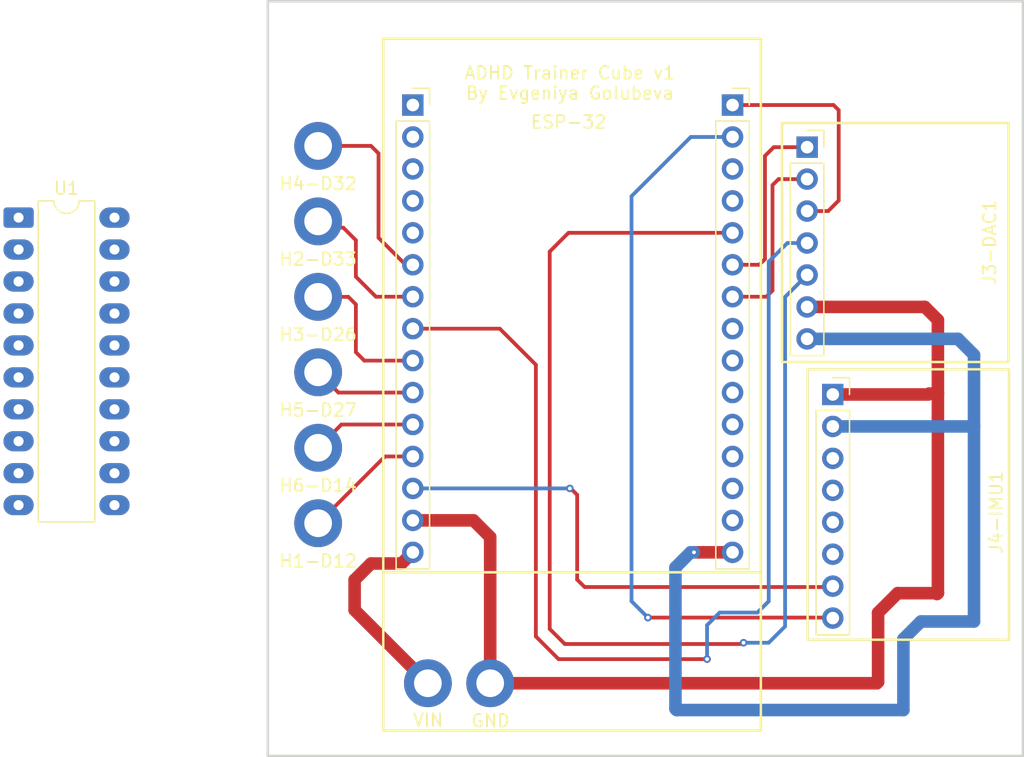
<source format=kicad_pcb>
(kicad_pcb (version 20241229) (generator "pcbnew") (generator_version "9.0")
  (layers (0 "F.Cu" signal) (2 "B.Cu" signal) (13 "F.Paste" user) (15 "B.Paste" user) (5 "F.SilkS" user "F.Silkscreen") (7 "B.SilkS" user "B.Silkscreen") (1 "F.Mask" user) (3 "B.Mask" user) (25 "Edge.Cuts" user))
  (net 0 "")
  (net 4 "D26")
  (net 5 "D33")
  (net 6 "GND")
  (net 7 "VIN")
  (net 8 "D12")
  (net 9 "D27")
  (net 10 "D13")
  (net 11 "D14")
  (net 12 "D32")
  (net 13 "D25")
  (net 17 "D21")
  (net 18 "D22")
  (net 20 "3V3")
  (net 22 "D18")
  (net 24 "D19")
  (net 25 "D23")
  (footprint "MountingHole:MountingHole_2.2mm_M2_DIN965_Pad" (layer "F.Cu") (at 54 61.5)
    (property "Reference" "H4-D32" (at 0 3 0) (layer "F.SilkS"))
    (property "Value" "MountingHole_Pad" (hide yes))
    (pad "1" thru_hole circle (at 0 0) (size 3.8 3.8) (drill 2.2) (layers "*.Cu" "*.Mask") (net 12 "D32"))
  )
  (footprint "MountingHole:MountingHole_2.2mm_M2_DIN965_Pad" (layer "F.Cu") (at 62.72 104.22)
    (property "Reference" "VIN1" (hide yes))
    (property "Value" "MountingHole_Pad" (hide yes))
    (pad "1" thru_hole circle (at 0 0) (size 3.8 3.8) (drill 2.2) (layers "*.Cu" "*.Mask") (net 7 "VIN"))
  )
  (footprint "Connector_PinSocket_2.54mm:PinSocket_1x07_P2.54mm_Vertical" (layer "F.Cu") (at 92.85 61.6)
    (property "Reference" "J3-DAC1" (at 14.5 7.58 90) (layer "F.SilkS"))
    (property "Value" "Conn_01x07" (hide yes))
    (fp_line (start -1.33 1.27) (end -1.33 16.57) (stroke (width 0.12)) (layer "F.SilkS"))
    (fp_line (start -1.33 1.27) (end 1.33 1.27) (stroke (width 0.12)) (layer "F.SilkS"))
    (fp_line (start -1.33 16.57) (end 1.33 16.57) (stroke (width 0.12)) (layer "F.SilkS"))
    (fp_line (start 0 -1.33) (end 1.33 -1.33) (stroke (width 0.12)) (layer "F.SilkS"))
    (fp_line (start 1.33 -1.33) (end 1.33 0) (stroke (width 0.12)) (layer "F.SilkS"))
    (fp_line (start 1.33 1.27) (end 1.33 16.57) (stroke (width 0.12)) (layer "F.SilkS"))
    (pad "1" thru_hole rect (at 0 0) (size 1.7 1.7) (drill 1) (layers "*.Cu" "*.Mask") (net 24 "D19"))
    (pad "2" thru_hole circle (at 0 2.54) (size 1.7 1.7) (drill 1) (layers "*.Cu" "*.Mask") (net 22 "D18"))
    (pad "3" thru_hole circle (at 0 5.08) (size 1.7 1.7) (drill 1) (layers "*.Cu" "*.Mask") (net 25 "D23"))
    (pad "4" thru_hole circle (at 0 7.62) (size 1.7 1.7) (drill 1) (layers "*.Cu" "*.Mask") (net 13 "D25"))
    (pad "5" thru_hole circle (at 0 10.16) (size 1.7 1.7) (drill 1) (layers "*.Cu" "*.Mask") (net 17 "D21"))
    (pad "6" thru_hole circle (at 0 12.7) (size 1.7 1.7) (drill 1) (layers "*.Cu" "*.Mask") (net 6 "GND"))
    (pad "7" thru_hole circle (at 0 15.24) (size 1.7 1.7) (drill 1) (layers "*.Cu" "*.Mask") (net 20 "3V3"))
  )
  (footprint "MountingHole:MountingHole_2.2mm_M2_DIN965_Pad" (layer "F.Cu") (at 54 85.5)
    (property "Reference" "H6-D14" (at 0 3 0) (layer "F.SilkS"))
    (property "Value" "MountingHole_Pad" (hide yes))
    (pad "1" thru_hole circle (at 0 0) (size 3.8 3.8) (drill 2.2) (layers "*.Cu" "*.Mask") (net 11 "D14"))
  )
  (footprint "Connector_PinSocket_2.54mm:PinSocket_1x15_P2.54mm_Vertical" (layer "F.Cu") (at 61.525 58.25)
    (property "Reference" "J1" (hide yes))
    (property "Value" "Conn_01x15" (hide yes))
    (fp_line (start -1.33 1.27) (end -1.33 36.89) (stroke (width 0.12)) (layer "F.SilkS"))
    (fp_line (start -1.33 1.27) (end 1.33 1.27) (stroke (width 0.12)) (layer "F.SilkS"))
    (fp_line (start -1.33 36.89) (end 1.33 36.89) (stroke (width 0.12)) (layer "F.SilkS"))
    (fp_line (start 0 -1.33) (end 1.33 -1.33) (stroke (width 0.12)) (layer "F.SilkS"))
    (fp_line (start 1.33 -1.33) (end 1.33 0) (stroke (width 0.12)) (layer "F.SilkS"))
    (fp_line (start 1.33 1.27) (end 1.33 36.89) (stroke (width 0.12)) (layer "F.SilkS"))
    (pad "1" thru_hole rect (at 0 0) (size 1.7 1.7) (drill 1) (layers "*.Cu" "*.Mask"))
    (pad "2" thru_hole circle (at 0 2.54) (size 1.7 1.7) (drill 1) (layers "*.Cu" "*.Mask"))
    (pad "3" thru_hole circle (at 0 5.08) (size 1.7 1.7) (drill 1) (layers "*.Cu" "*.Mask"))
    (pad "4" thru_hole circle (at 0 7.62) (size 1.7 1.7) (drill 1) (layers "*.Cu" "*.Mask"))
    (pad "5" thru_hole circle (at 0 10.16) (size 1.7 1.7) (drill 1) (layers "*.Cu" "*.Mask"))
    (pad "6" thru_hole circle (at 0 12.7) (size 1.7 1.7) (drill 1) (layers "*.Cu" "*.Mask") (net 12 "D32"))
    (pad "7" thru_hole circle (at 0 15.24) (size 1.7 1.7) (drill 1) (layers "*.Cu" "*.Mask") (net 5 "D33"))
    (pad "8" thru_hole circle (at 0 17.78) (size 1.7 1.7) (drill 1) (layers "*.Cu" "*.Mask") (net 13 "D25"))
    (pad "9" thru_hole circle (at 0 20.32) (size 1.7 1.7) (drill 1) (layers "*.Cu" "*.Mask") (net 4 "D26"))
    (pad "10" thru_hole circle (at 0 22.86) (size 1.7 1.7) (drill 1) (layers "*.Cu" "*.Mask") (net 9 "D27"))
    (pad "11" thru_hole circle (at 0 25.4) (size 1.7 1.7) (drill 1) (layers "*.Cu" "*.Mask") (net 11 "D14"))
    (pad "12" thru_hole circle (at 0 27.94) (size 1.7 1.7) (drill 1) (layers "*.Cu" "*.Mask") (net 8 "D12"))
    (pad "13" thru_hole circle (at 0 30.48) (size 1.7 1.7) (drill 1) (layers "*.Cu" "*.Mask") (net 10 "D13"))
    (pad "14" thru_hole circle (at 0 33.02) (size 1.7 1.7) (drill 1) (layers "*.Cu" "*.Mask") (net 6 "GND"))
    (pad "15" thru_hole circle (at 0 35.56) (size 1.7 1.7) (drill 1) (layers "*.Cu" "*.Mask") (net 7 "VIN"))
  )
  (footprint "MountingHole:MountingHole_3.2mm_M3" (layer "F.Cu") (at 53.6 53.6)
    (property "Reference" "H4" (hide yes))
    (property "Value" "MountingHole" (hide yes))
    (pad "" np_thru_hole circle (at 0 0) (size 3.2 3.2) (drill 3.2) (layers "*.Cu" "*.Mask"))
  )
  (footprint "MountingHole:MountingHole_3.2mm_M3" (layer "F.Cu") (at 55.5 104.5)
    (property "Reference" "H3" (hide yes))
    (property "Value" "MountingHole" (hide yes))
    (pad "" np_thru_hole circle (at 0 0) (size 3.2 3.2) (drill 3.2) (layers "*.Cu" "*.Mask"))
  )
  (footprint "MountingHole:MountingHole_3.2mm_M3" (layer "F.Cu") (at 104.5 55.5)
    (property "Reference" "H2" (hide yes))
    (property "Value" "MountingHole" (hide yes))
    (pad "" np_thru_hole circle (at 0 0) (size 3.2 3.2) (drill 3.2) (layers "*.Cu" "*.Mask"))
  )
  (footprint "MountingHole:MountingHole_2.2mm_M2_DIN965_Pad" (layer "F.Cu") (at 54 73.5)
    (property "Reference" "H3-D26" (at 0 3 0) (layer "F.SilkS"))
    (property "Value" "MountingHole_Pad" (hide yes))
    (pad "1" thru_hole circle (at 0 0) (size 3.8 3.8) (drill 2.2) (layers "*.Cu" "*.Mask") (net 4 "D26"))
  )
  (footprint "MountingHole:MountingHole_2.2mm_M2_DIN965_Pad" (layer "F.Cu") (at 67.67 104.22)
    (property "Reference" "GND1" (hide yes))
    (property "Value" "MountingHole_Pad" (hide yes))
    (pad "1" thru_hole circle (at 0 0) (size 3.8 3.8) (drill 2.2) (layers "*.Cu" "*.Mask") (net 6 "GND"))
  )
  (footprint "Connector_PinSocket_2.54mm:PinSocket_1x15_P2.54mm_Vertical" (layer "F.Cu") (at 86.925 58.25)
    (property "Reference" "J2" (hide yes))
    (property "Value" "Conn_01x15" (hide yes))
    (fp_line (start -1.33 1.27) (end -1.33 36.89) (stroke (width 0.12)) (layer "F.SilkS"))
    (fp_line (start -1.33 1.27) (end 1.33 1.27) (stroke (width 0.12)) (layer "F.SilkS"))
    (fp_line (start -1.33 36.89) (end 1.33 36.89) (stroke (width 0.12)) (layer "F.SilkS"))
    (fp_line (start 0 -1.33) (end 1.33 -1.33) (stroke (width 0.12)) (layer "F.SilkS"))
    (fp_line (start 1.33 -1.33) (end 1.33 0) (stroke (width 0.12)) (layer "F.SilkS"))
    (fp_line (start 1.33 1.27) (end 1.33 36.89) (stroke (width 0.12)) (layer "F.SilkS"))
    (pad "1" thru_hole rect (at 0 0) (size 1.7 1.7) (drill 1) (layers "*.Cu" "*.Mask") (net 25 "D23"))
    (pad "2" thru_hole circle (at 0 2.54) (size 1.7 1.7) (drill 1) (layers "*.Cu" "*.Mask") (net 18 "D22"))
    (pad "3" thru_hole circle (at 0 5.08) (size 1.7 1.7) (drill 1) (layers "*.Cu" "*.Mask"))
    (pad "4" thru_hole circle (at 0 7.62) (size 1.7 1.7) (drill 1) (layers "*.Cu" "*.Mask"))
    (pad "5" thru_hole circle (at 0 10.16) (size 1.7 1.7) (drill 1) (layers "*.Cu" "*.Mask") (net 17 "D21"))
    (pad "6" thru_hole circle (at 0 12.7) (size 1.7 1.7) (drill 1) (layers "*.Cu" "*.Mask") (net 24 "D19"))
    (pad "7" thru_hole circle (at 0 15.24) (size 1.7 1.7) (drill 1) (layers "*.Cu" "*.Mask") (net 22 "D18"))
    (pad "8" thru_hole circle (at 0 17.78) (size 1.7 1.7) (drill 1) (layers "*.Cu" "*.Mask"))
    (pad "9" thru_hole circle (at 0 20.32) (size 1.7 1.7) (drill 1) (layers "*.Cu" "*.Mask"))
    (pad "10" thru_hole circle (at 0 22.86) (size 1.7 1.7) (drill 1) (layers "*.Cu" "*.Mask"))
    (pad "11" thru_hole circle (at 0 25.4) (size 1.7 1.7) (drill 1) (layers "*.Cu" "*.Mask"))
    (pad "12" thru_hole circle (at 0 27.94) (size 1.7 1.7) (drill 1) (layers "*.Cu" "*.Mask"))
    (pad "13" thru_hole circle (at 0 30.48) (size 1.7 1.7) (drill 1) (layers "*.Cu" "*.Mask"))
    (pad "14" thru_hole circle (at 0 33.02) (size 1.7 1.7) (drill 1) (layers "*.Cu" "*.Mask") (net 6 "GND"))
    (pad "15" thru_hole circle (at 0 35.56) (size 1.7 1.7) (drill 1) (layers "*.Cu" "*.Mask") (net 20 "3V3"))
  )
  (footprint "MountingHole:MountingHole_2.2mm_M2_DIN965_Pad" (layer "F.Cu") (at 54 91.5)
    (property "Reference" "H1-D12" (at 0 3 0) (layer "F.SilkS"))
    (property "Value" "MountingHole_Pad" (hide yes))
    (pad "1" thru_hole circle (at 0 0) (size 3.8 3.8) (drill 2.2) (layers "*.Cu" "*.Mask") (net 8 "D12"))
  )
  (footprint "MountingHole:MountingHole_3.2mm_M3" (layer "F.Cu") (at 104.5 104.5)
    (property "Reference" "H1" (hide yes))
    (property "Value" "MountingHole" (hide yes))
    (pad "" np_thru_hole circle (at 0 0) (size 3.2 3.2) (drill 3.2) (layers "*.Cu" "*.Mask"))
  )
  (footprint "MountingHole:MountingHole_2.2mm_M2_DIN965_Pad" (layer "F.Cu") (at 54 79.5)
    (property "Reference" "H5-D27" (at 0 3 0) (layer "F.SilkS"))
    (property "Value" "MountingHole_Pad" (hide yes))
    (pad "1" thru_hole circle (at 0 0) (size 3.8 3.8) (drill 2.2) (layers "*.Cu" "*.Mask") (net 9 "D27"))
  )
  (footprint "MountingHole:MountingHole_2.2mm_M2_DIN965_Pad" (layer "F.Cu") (at 54 67.5)
    (property "Reference" "H2-D33" (at 0 3 0) (layer "F.SilkS"))
    (property "Value" "MountingHole_Pad" (hide yes))
    (pad "1" thru_hole circle (at 0 0) (size 3.8 3.8) (drill 2.2) (layers "*.Cu" "*.Mask") (net 5 "D33"))
  )
  (footprint "Connector_PinSocket_2.54mm:PinSocket_1x08_P2.54mm_Vertical" (layer "F.Cu") (at 94.89 81.26)
    (property "Reference" "J4-IMU1" (at 12.975 9.375 90) (layer "F.SilkS"))
    (property "Value" "Conn_01x08" (hide yes))
    (fp_line (start -1.33 1.27) (end -1.33 19.11) (stroke (width 0.12)) (layer "F.SilkS"))
    (fp_line (start -1.33 1.27) (end 1.33 1.27) (stroke (width 0.12)) (layer "F.SilkS"))
    (fp_line (start -1.33 19.11) (end 1.33 19.11) (stroke (width 0.12)) (layer "F.SilkS"))
    (fp_line (start 0 -1.33) (end 1.33 -1.33) (stroke (width 0.12)) (layer "F.SilkS"))
    (fp_line (start 1.33 -1.33) (end 1.33 0) (stroke (width 0.12)) (layer "F.SilkS"))
    (fp_line (start 1.33 1.27) (end 1.33 19.11) (stroke (width 0.12)) (layer "F.SilkS"))
    (pad "1" thru_hole rect (at 0 0) (size 1.7 1.7) (drill 1) (layers "*.Cu" "*.Mask") (net 6 "GND"))
    (pad "2" thru_hole circle (at 0 2.54) (size 1.7 1.7) (drill 1) (layers "*.Cu" "*.Mask") (net 20 "3V3"))
    (pad "3" thru_hole circle (at 0 5.08) (size 1.7 1.7) (drill 1) (layers "*.Cu" "*.Mask"))
    (pad "4" thru_hole circle (at 0 7.62) (size 1.7 1.7) (drill 1) (layers "*.Cu" "*.Mask"))
    (pad "5" thru_hole circle (at 0 10.16) (size 1.7 1.7) (drill 1) (layers "*.Cu" "*.Mask"))
    (pad "6" thru_hole circle (at 0 12.7) (size 1.7 1.7) (drill 1) (layers "*.Cu" "*.Mask"))
    (pad "7" thru_hole circle (at 0 15.24) (size 1.7 1.7) (drill 1) (layers "*.Cu" "*.Mask") (net 10 "D13"))
    (pad "8" thru_hole circle (at 0 17.78) (size 1.7 1.7) (drill 1) (layers "*.Cu" "*.Mask") (net 18 "D22"))
  )
  (footprint "Package_DIP:DIP-20_W7.62mm_LongPads" (layer "F.Cu") (at 30.2 67.2)
    (property "Reference" "U1" (at 3.81 -2.33 0) (layer "F.SilkS"))
    (property "Value" "74HC245")
    (fp_line (start 1.56 -1.33) (end 1.56 24.19) (stroke (width 0.12)) (layer "F.SilkS"))
    (fp_line (start 1.56 24.19) (end 6.06 24.19) (stroke (width 0.12)) (layer "F.SilkS"))
    (fp_line (start 2.81 -1.33) (end 1.56 -1.33) (stroke (width 0.12)) (layer "F.SilkS"))
    (fp_line (start 6.06 -1.33) (end 4.81 -1.33) (stroke (width 0.12)) (layer "F.SilkS"))
    (fp_line (start 6.06 24.19) (end 6.06 -1.33) (stroke (width 0.12)) (layer "F.SilkS"))
    (fp_arc (start 4.81 -1.33) (mid 3.81 -0.33) (end 2.81 -1.33) (stroke (width 0.12)) (layer "F.SilkS"))
    (pad "1" thru_hole roundrect (at 0 0) (size 2.4 1.6) (drill 0.8) (layers "*.Cu" "*.Mask") (roundrect_rratio 0.15625))
    (pad "2" thru_hole oval (at 0 2.54) (size 2.4 1.6) (drill 0.8) (layers "*.Cu" "*.Mask"))
    (pad "3" thru_hole oval (at 0 5.08) (size 2.4 1.6) (drill 0.8) (layers "*.Cu" "*.Mask"))
    (pad "4" thru_hole oval (at 0 7.62) (size 2.4 1.6) (drill 0.8) (layers "*.Cu" "*.Mask"))
    (pad "5" thru_hole oval (at 0 10.16) (size 2.4 1.6) (drill 0.8) (layers "*.Cu" "*.Mask"))
    (pad "6" thru_hole oval (at 0 12.7) (size 2.4 1.6) (drill 0.8) (layers "*.Cu" "*.Mask"))
    (pad "7" thru_hole oval (at 0 15.24) (size 2.4 1.6) (drill 0.8) (layers "*.Cu" "*.Mask"))
    (pad "8" thru_hole oval (at 0 17.78) (size 2.4 1.6) (drill 0.8) (layers "*.Cu" "*.Mask"))
    (pad "9" thru_hole oval (at 0 20.32) (size 2.4 1.6) (drill 0.8) (layers "*.Cu" "*.Mask"))
    (pad "10" thru_hole oval (at 0 22.86) (size 2.4 1.6) (drill 0.8) (layers "*.Cu" "*.Mask"))
    (pad "11" thru_hole oval (at 7.62 22.86) (size 2.4 1.6) (drill 0.8) (layers "*.Cu" "*.Mask"))
    (pad "12" thru_hole oval (at 7.62 20.32) (size 2.4 1.6) (drill 0.8) (layers "*.Cu" "*.Mask"))
    (pad "13" thru_hole oval (at 7.62 17.78) (size 2.4 1.6) (drill 0.8) (layers "*.Cu" "*.Mask"))
    (pad "14" thru_hole oval (at 7.62 15.24) (size 2.4 1.6) (drill 0.8) (layers "*.Cu" "*.Mask"))
    (pad "15" thru_hole oval (at 7.62 12.7) (size 2.4 1.6) (drill 0.8) (layers "*.Cu" "*.Mask"))
    (pad "16" thru_hole oval (at 7.62 10.16) (size 2.4 1.6) (drill 0.8) (layers "*.Cu" "*.Mask"))
    (pad "17" thru_hole oval (at 7.62 7.62) (size 2.4 1.6) (drill 0.8) (layers "*.Cu" "*.Mask"))
    (pad "18" thru_hole oval (at 7.62 5.08) (size 2.4 1.6) (drill 0.8) (layers "*.Cu" "*.Mask"))
    (pad "19" thru_hole oval (at 7.62 2.54) (size 2.4 1.6) (drill 0.8) (layers "*.Cu" "*.Mask"))
    (pad "20" thru_hole oval (at 7.62 0) (size 2.4 1.6) (drill 0.8) (layers "*.Cu" "*.Mask"))
  )
  (gr_rect (start 59.175 52.98) (end 89.175 95.4) (stroke (width 0.2)) (fill no) (layer "F.SilkS"))
  (gr_rect (start 92.89 79.26) (end 108.89 100.76) (stroke (width 0.2)) (fill no) (layer "F.SilkS"))
  (gr_rect (start 59.175 95.4) (end 89.175 107.98) (stroke (width 0.2)) (fill no) (layer "F.SilkS"))
  (gr_rect (start 90.85 59.68) (end 108.85 78.68) (stroke (width 0.2)) (fill no) (layer "F.SilkS"))
  (gr_rect (start 50 50) (end 110 110) (stroke (width 0.2)) (fill no) (layer "Edge.Cuts"))
  (gr_text "VIN" (at 62.74 107.16 0) (layer "F.SilkS") (effects (font (size 1 1))))
  (gr_text "ESP-32" (at 73.9 59.6 0) (layer "F.SilkS") (effects (font (size 1 1))))
  (gr_text "ADHD Trainer Cube v1\nBy Evgeniya Golubeva" (at 74 56.5 0) (layer "F.SilkS") (effects (font (size 1 1))))
  (gr_text "GND" (at 67.7 107.2 0) (layer "F.SilkS") (effects (font (size 1 1))))
  (segment (start 56.4 73.5) (end 57 74.1) (width 0.3) (layer "F.Cu") (net 4))
  (segment (start 57 74.1) (end 57 77.9) (width 0.3) (layer "F.Cu") (net 4))
  (segment (start 54 73.5) (end 56.4 73.5) (width 0.3) (layer "F.Cu") (net 4))
  (segment (start 57.67 78.57) (end 61.525 78.57) (width 0.3) (layer "F.Cu") (net 4))
  (segment (start 57 77.9) (end 57.67 78.57) (width 0.3) (layer "F.Cu") (net 4))
  (segment (start 57 69) (end 57 71.9) (width 0.3) (layer "F.Cu") (net 5))
  (segment (start 58.59 73.49) (end 61.525 73.49) (width 0.3) (layer "F.Cu") (net 5))
  (segment (start 57 71.9) (end 58.59 73.49) (width 0.3) (layer "F.Cu") (net 5))
  (segment (start 56 68) (end 57 69) (width 0.3) (layer "F.Cu") (net 5))
  (segment (start 54 67.5) (end 54.5 68) (width 0.3) (layer "F.Cu") (net 5))
  (segment (start 54.5 68) (end 56 68) (width 0.3) (layer "F.Cu") (net 5))
  (segment (start 66.34 91.27) (end 67.67 92.6) (width 1) (layer "F.Cu") (net 6))
  (segment (start 102.48 81.26) (end 94.89 81.26) (width 1) (layer "F.Cu") (net 6))
  (segment (start 103.24 81.19) (end 102.55 81.19) (width 1) (layer "F.Cu") (net 6))
  (segment (start 103.24 75.34) (end 103.24 81.19) (width 1) (layer "F.Cu") (net 6))
  (segment (start 103.24 97.06) (end 103.24 81.19) (width 1) (layer "F.Cu") (net 6))
  (segment (start 98.49 98.61) (end 98.49 104.12) (width 1) (layer "F.Cu") (net 6))
  (segment (start 100.04 97.06) (end 98.49 98.61) (width 1) (layer "F.Cu") (net 6))
  (segment (start 92.85 74.3) (end 92.86 74.29) (width 1) (layer "F.Cu") (net 6))
  (segment (start 103.17 97.13) (end 103.24 97.06) (width 1) (layer "F.Cu") (net 6))
  (segment (start 61.525 91.27) (end 66.34 91.27) (width 1) (layer "F.Cu") (net 6))
  (segment (start 102.55 81.19) (end 102.48 81.26) (width 1) (layer "F.Cu") (net 6))
  (segment (start 92.85 74.3) (end 102.2 74.3) (width 1) (layer "F.Cu") (net 6))
  (segment (start 103.24 97.06) (end 100.04 97.06) (width 1) (layer "F.Cu") (net 6))
  (segment (start 98.49 104.12) (end 98.39 104.22) (width 1) (layer "F.Cu") (net 6))
  (segment (start 67.67 92.6) (end 67.67 104.22) (width 1) (layer "F.Cu") (net 6))
  (segment (start 102.2 74.3) (end 103.24 75.34) (width 1) (layer "F.Cu") (net 6))
  (segment (start 98.39 104.22) (end 67.67 104.22) (width 1) (layer "F.Cu") (net 6))
  (segment (start 60.635 94.7) (end 61.525 93.81) (width 1) (layer "F.Cu") (net 7))
  (segment (start 62.72 104.22) (end 56.9 98.4) (width 1) (layer "F.Cu") (net 7))
  (segment (start 56.9 98.4) (end 56.9 96) (width 1) (layer "F.Cu") (net 7))
  (segment (start 58.2 94.7) (end 60.635 94.7) (width 1) (layer "F.Cu") (net 7))
  (segment (start 56.9 96) (end 58.2 94.7) (width 1) (layer "F.Cu") (net 7))
  (segment (start 54 91.5) (end 59.31 86.19) (width 0.3) (layer "F.Cu") (net 8))
  (segment (start 59.31 86.19) (end 61.525 86.19) (width 0.3) (layer "F.Cu") (net 8))
  (segment (start 55.61 81.11) (end 54 79.5) (width 0.3) (layer "F.Cu") (net 9))
  (segment (start 61.525 81.11) (end 55.61 81.11) (width 0.3) (layer "F.Cu") (net 9))
  (segment (start 75.17 96.57) (end 74.58 95.98) (width 0.3) (layer "F.Cu") (net 10))
  (segment (start 94.82 96.57) (end 75.17 96.57) (width 0.3) (layer "F.Cu") (net 10))
  (segment (start 94.89 96.5) (end 94.82 96.57) (width 0.3) (layer "F.Cu") (net 10))
  (segment (start 74.58 95.98) (end 74.58 89.24) (width 0.3) (layer "F.Cu") (net 10))
  (segment (start 74.58 89.24) (end 74.07 88.73) (width 0.3) (layer "F.Cu") (net 10))
  (segment (start 61.525 88.73) (end 61.565 88.69) (width 0.3) (layer "F.Cu") (net 10))
  (via (at 74 88.73) (size 0.6) (drill 0.3) (layers "F.Cu" "B.Cu") (net 10))
  (segment (start 74.07 88.73) (end 61.525 88.73) (width 0.3) (layer "B.Cu") (net 10))
  (segment (start 55.85 83.65) (end 61.525 83.65) (width 0.3) (layer "F.Cu") (net 11))
  (segment (start 54 85.5) (end 55.85 83.65) (width 0.3) (layer "F.Cu") (net 11))
  (segment (start 60.95 70.95) (end 61.525 70.95) (width 0.3) (layer "F.Cu") (net 12))
  (segment (start 54 61.5) (end 58.2 61.5) (width 0.3) (layer "F.Cu") (net 12))
  (segment (start 58.2 61.5) (end 58.8 62.1) (width 0.3) (layer "F.Cu") (net 12))
  (segment (start 58.8 62.1) (end 58.8 68.8) (width 0.3) (layer "F.Cu") (net 12))
  (segment (start 58.8 68.8) (end 60.95 70.95) (width 0.3) (layer "F.Cu") (net 12))
  (segment (start 61.525 76.03) (end 68.43 76.03) (width 0.3) (layer "F.Cu") (net 13))
  (segment (start 71.3 78.9) (end 71.3 100.5) (width 0.3) (layer "F.Cu") (net 13))
  (segment (start 71.3 100.5) (end 73.1 102.3) (width 0.3) (layer "F.Cu") (net 13))
  (segment (start 68.43 76.03) (end 71.3 78.9) (width 0.3) (layer "F.Cu") (net 13))
  (segment (start 73.1 102.3) (end 84.9 102.3) (width 0.3) (layer "F.Cu") (net 13))
  (via (at 84.9 102.3) (size 0.6) (drill 0.3) (layers "F.Cu" "B.Cu") (net 13))
  (segment (start 91.28 69.22) (end 92.85 69.22) (width 0.3) (layer "B.Cu") (net 13))
  (segment (start 84.9 99.6) (end 85.7 98.8) (width 0.3) (layer "B.Cu") (net 13))
  (segment (start 84.9 102.3) (end 84.9 99.6) (width 0.3) (layer "B.Cu") (net 13))
  (segment (start 85.9 98.6) (end 88.9 98.6) (width 0.3) (layer "B.Cu") (net 13))
  (segment (start 85.7 98.8) (end 85.9 98.6) (width 0.3) (layer "B.Cu") (net 13))
  (segment (start 89.8 97.7) (end 89.8 70.7) (width 0.3) (layer "B.Cu") (net 13))
  (segment (start 89.8 70.7) (end 91.28 69.22) (width 0.3) (layer "B.Cu") (net 13))
  (segment (start 88.9 98.6) (end 89.8 97.7) (width 0.3) (layer "B.Cu") (net 13))
  (segment (start 73.89 68.41) (end 72.4 69.9) (width 0.3) (layer "F.Cu") (net 17))
  (segment (start 86.925 68.41) (end 73.89 68.41) (width 0.3) (layer "F.Cu") (net 17))
  (segment (start 72.4 99.9) (end 73.6 101.1) (width 0.3) (layer "F.Cu") (net 17))
  (segment (start 87.8 101) (end 87.9 100.9) (width 0.3) (layer "F.Cu") (net 17))
  (segment (start 72.4 69.9) (end 72.4 99.9) (width 0.3) (layer "F.Cu") (net 17))
  (segment (start 92.85 71.76) (end 92.86 71.75) (width 0.2) (layer "F.Cu") (net 17))
  (segment (start 87.7 101.1) (end 87.8 101) (width 0.3) (layer "F.Cu") (net 17))
  (segment (start 73.6 101.1) (end 87.7 101.1) (width 0.3) (layer "F.Cu") (net 17))
  (via (at 87.8 101) (size 0.6) (drill 0.3) (layers "F.Cu" "B.Cu") (net 17))
  (segment (start 91.1 73.51) (end 92.85 71.76) (width 0.3) (layer "B.Cu") (net 17))
  (segment (start 87.8 101) (end 89.8 101) (width 0.3) (layer "B.Cu") (net 17))
  (segment (start 89.8 101) (end 91.1 99.7) (width 0.3) (layer "B.Cu") (net 17))
  (segment (start 91.1 99.7) (end 91.1 73.51) (width 0.3) (layer "B.Cu") (net 17))
  (segment (start 94.85 99) (end 94.89 99.04) (width 0.3) (layer "F.Cu") (net 18))
  (segment (start 80.2 99) (end 94.85 99) (width 0.3) (layer "F.Cu") (net 18))
  (via (at 80.2 99) (size 0.6) (drill 0.3) (layers "F.Cu" "B.Cu") (net 18))
  (segment (start 80.2 99) (end 78.9 97.7) (width 0.3) (layer "B.Cu") (net 18))
  (segment (start 83.61 60.79) (end 86.925 60.79) (width 0.3) (layer "B.Cu") (net 18))
  (segment (start 78.9 97.7) (end 78.9 65.5) (width 0.3) (layer "B.Cu") (net 18))
  (segment (start 78.9 65.5) (end 83.61 60.79) (width 0.3) (layer "B.Cu") (net 18))
  (segment (start 84.61 93.81) (end 83.86 93.81) (width 1) (layer "F.Cu") (net 20))
  (segment (start 86.925 93.81) (end 84.61 93.81) (width 1) (layer "F.Cu") (net 20))
  (via (at 83.86 93.81) (size 0.6) (drill 0.3) (layers "F.Cu" "B.Cu") (net 20))
  (segment (start 83.59 93.81) (end 82.39 95.01) (width 1) (layer "B.Cu") (net 20))
  (segment (start 106.11 83.8) (end 106.11 78.11) (width 1) (layer "B.Cu") (net 20))
  (segment (start 106.11 78.11) (end 104.84 76.84) (width 1) (layer "B.Cu") (net 20))
  (segment (start 100.5 100.7) (end 101.89 99.31) (width 1) (layer "B.Cu") (net 20))
  (segment (start 100.5 106.35) (end 100.5 100.7) (width 1) (layer "B.Cu") (net 20))
  (segment (start 106.11 99.31) (end 106.11 83.8) (width 1) (layer "B.Cu") (net 20))
  (segment (start 106.11 83.8) (end 94.89 83.8) (width 1) (layer "B.Cu") (net 20))
  (segment (start 82.39 106.26) (end 82.48 106.35) (width 1) (layer "B.Cu") (net 20))
  (segment (start 82.39 95.01) (end 82.39 106.26) (width 1) (layer "B.Cu") (net 20))
  (segment (start 83.86 93.81) (end 83.59 93.81) (width 1) (layer "B.Cu") (net 20))
  (segment (start 104.84 76.84) (end 92.85 76.84) (width 1) (layer "B.Cu") (net 20))
  (segment (start 101.89 99.31) (end 106.11 99.31) (width 1) (layer "B.Cu") (net 20))
  (segment (start 82.48 106.35) (end 100.5 106.35) (width 1) (layer "B.Cu") (net 20))
  (segment (start 90.1 64.62) (end 90.1 73) (width 0.3) (layer "F.Cu") (net 22))
  (segment (start 90.1 73) (end 89.61 73.49) (width 0.3) (layer "F.Cu") (net 22))
  (segment (start 92.85 64.14) (end 90.58 64.14) (width 0.3) (layer "F.Cu") (net 22))
  (segment (start 89.61 73.49) (end 86.925 73.49) (width 0.3) (layer "F.Cu") (net 22))
  (segment (start 90.58 64.14) (end 90.1 64.62) (width 0.3) (layer "F.Cu") (net 22))
  (segment (start 92.85 61.6) (end 90.2 61.6) (width 0.3) (layer "F.Cu") (net 24))
  (segment (start 89.5 70.5) (end 89.05 70.95) (width 0.3) (layer "F.Cu") (net 24))
  (segment (start 89.05 70.95) (end 86.925 70.95) (width 0.3) (layer "F.Cu") (net 24))
  (segment (start 89.5 62.3) (end 89.5 70.5) (width 0.3) (layer "F.Cu") (net 24))
  (segment (start 90.2 61.6) (end 89.5 62.3) (width 0.3) (layer "F.Cu") (net 24))
  (segment (start 94.95 58.25) (end 86.925 58.25) (width 0.3) (layer "F.Cu") (net 25))
  (segment (start 95.36 58.66) (end 94.95 58.25) (width 0.3) (layer "F.Cu") (net 25))
  (segment (start 92.85 66.68) (end 94.52 66.68) (width 0.3) (layer "F.Cu") (net 25))
  (segment (start 95.36 65.84) (end 95.36 58.66) (width 0.3) (layer "F.Cu") (net 25))
  (segment (start 94.52 66.68) (end 95.36 65.84) (width 0.3) (layer "F.Cu") (net 25))
)
</source>
